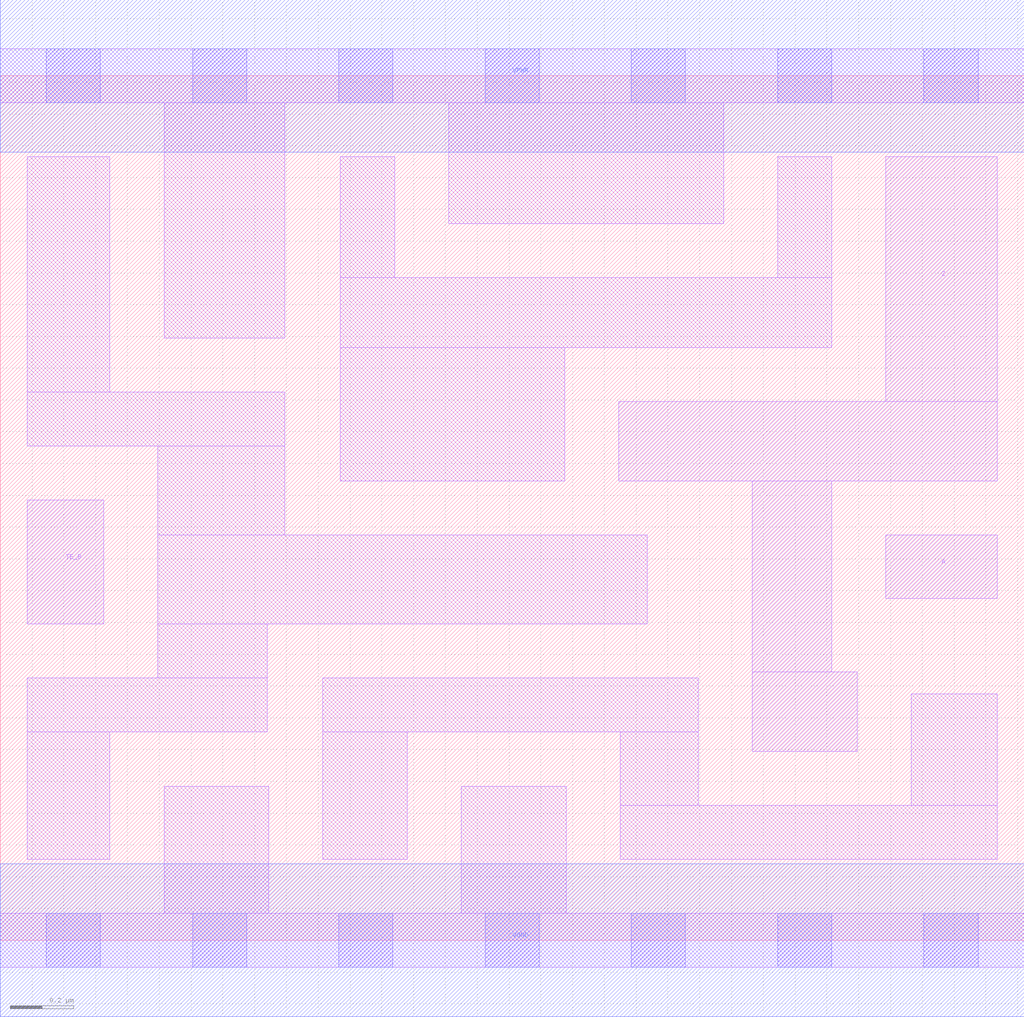
<source format=lef>
# Copyright 2020 The SkyWater PDK Authors
#
# Licensed under the Apache License, Version 2.0 (the "License");
# you may not use this file except in compliance with the License.
# You may obtain a copy of the License at
#
#     https://www.apache.org/licenses/LICENSE-2.0
#
# Unless required by applicable law or agreed to in writing, software
# distributed under the License is distributed on an "AS IS" BASIS,
# WITHOUT WARRANTIES OR CONDITIONS OF ANY KIND, either express or implied.
# See the License for the specific language governing permissions and
# limitations under the License.
#
# SPDX-License-Identifier: Apache-2.0

VERSION 5.7 ;
  NAMESCASESENSITIVE ON ;
  NOWIREEXTENSIONATPIN ON ;
  DIVIDERCHAR "/" ;
  BUSBITCHARS "[]" ;
UNITS
  DATABASE MICRONS 200 ;
END UNITS
MACRO sky130_fd_sc_hd__einvn_2
  CLASS CORE ;
  SOURCE USER ;
  FOREIGN sky130_fd_sc_hd__einvn_2 ;
  ORIGIN  0.000000  0.000000 ;
  SIZE  3.220000 BY  2.720000 ;
  SYMMETRY X Y R90 ;
  SITE unithd ;
  PIN A
    ANTENNAGATEAREA  0.495000 ;
    DIRECTION INPUT ;
    USE SIGNAL ;
    PORT
      LAYER li1 ;
        RECT 2.785000 1.075000 3.135000 1.275000 ;
    END
  END A
  PIN TE_B
    ANTENNAGATEAREA  0.441000 ;
    DIRECTION INPUT ;
    USE SIGNAL ;
    PORT
      LAYER li1 ;
        RECT 0.085000 0.995000 0.325000 1.385000 ;
    END
  END TE_B
  PIN Z
    ANTENNADIFFAREA  0.694800 ;
    DIRECTION OUTPUT ;
    USE SIGNAL ;
    PORT
      LAYER li1 ;
        RECT 1.945000 1.445000 3.135000 1.695000 ;
        RECT 2.365000 0.595000 2.695000 0.845000 ;
        RECT 2.365000 0.845000 2.615000 1.445000 ;
        RECT 2.785000 1.695000 3.135000 2.465000 ;
    END
  END Z
  PIN VGND
    DIRECTION INOUT ;
    SHAPE ABUTMENT ;
    USE GROUND ;
    PORT
      LAYER met1 ;
        RECT 0.000000 -0.240000 3.220000 0.240000 ;
    END
  END VGND
  PIN VPWR
    DIRECTION INOUT ;
    SHAPE ABUTMENT ;
    USE POWER ;
    PORT
      LAYER met1 ;
        RECT 0.000000 2.480000 3.220000 2.960000 ;
    END
  END VPWR
  OBS
    LAYER li1 ;
      RECT 0.000000 -0.085000 3.220000 0.085000 ;
      RECT 0.000000  2.635000 3.220000 2.805000 ;
      RECT 0.085000  0.255000 0.345000 0.655000 ;
      RECT 0.085000  0.655000 0.840000 0.825000 ;
      RECT 0.085000  1.555000 0.895000 1.725000 ;
      RECT 0.085000  1.725000 0.345000 2.465000 ;
      RECT 0.495000  0.825000 0.840000 0.995000 ;
      RECT 0.495000  0.995000 2.035000 1.275000 ;
      RECT 0.495000  1.275000 0.895000 1.555000 ;
      RECT 0.515000  0.085000 0.845000 0.485000 ;
      RECT 0.515000  1.895000 0.895000 2.635000 ;
      RECT 1.015000  0.255000 1.280000 0.655000 ;
      RECT 1.015000  0.655000 2.195000 0.825000 ;
      RECT 1.070000  1.445000 1.775000 1.865000 ;
      RECT 1.070000  1.865000 2.615000 2.085000 ;
      RECT 1.070000  2.085000 1.240000 2.465000 ;
      RECT 1.410000  2.255000 2.275000 2.635000 ;
      RECT 1.450000  0.085000 1.780000 0.485000 ;
      RECT 1.950000  0.255000 3.135000 0.425000 ;
      RECT 1.950000  0.425000 2.195000 0.655000 ;
      RECT 2.445000  2.085000 2.615000 2.465000 ;
      RECT 2.865000  0.425000 3.135000 0.775000 ;
    LAYER mcon ;
      RECT 0.145000 -0.085000 0.315000 0.085000 ;
      RECT 0.145000  2.635000 0.315000 2.805000 ;
      RECT 0.605000 -0.085000 0.775000 0.085000 ;
      RECT 0.605000  2.635000 0.775000 2.805000 ;
      RECT 1.065000 -0.085000 1.235000 0.085000 ;
      RECT 1.065000  2.635000 1.235000 2.805000 ;
      RECT 1.525000 -0.085000 1.695000 0.085000 ;
      RECT 1.525000  2.635000 1.695000 2.805000 ;
      RECT 1.985000 -0.085000 2.155000 0.085000 ;
      RECT 1.985000  2.635000 2.155000 2.805000 ;
      RECT 2.445000 -0.085000 2.615000 0.085000 ;
      RECT 2.445000  2.635000 2.615000 2.805000 ;
      RECT 2.905000 -0.085000 3.075000 0.085000 ;
      RECT 2.905000  2.635000 3.075000 2.805000 ;
  END
END sky130_fd_sc_hd__einvn_2
END LIBRARY

</source>
